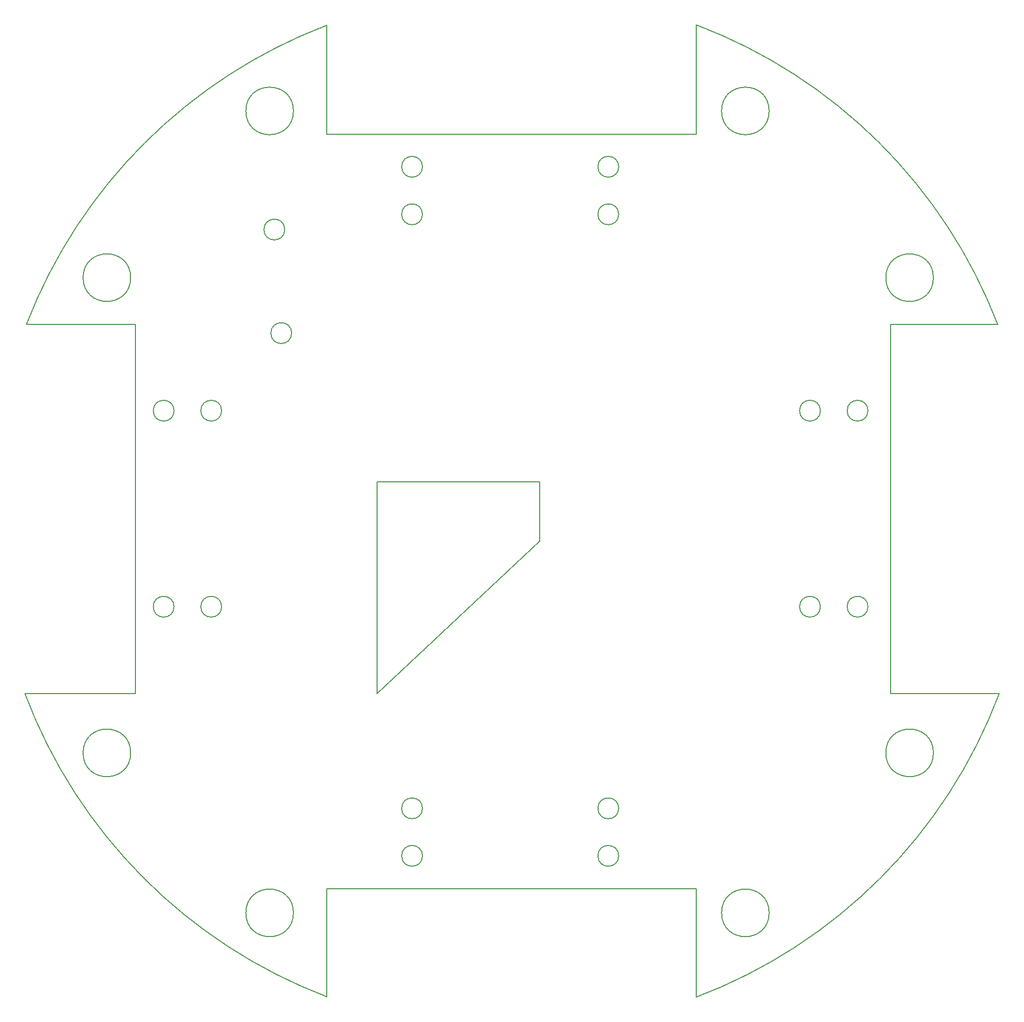
<source format=gm1>
G04 #@! TF.GenerationSoftware,KiCad,Pcbnew,8.0.5*
G04 #@! TF.CreationDate,2024-12-27T19:58:17-05:00*
G04 #@! TF.ProjectId,line_sensor_pcb,6c696e65-5f73-4656-9e73-6f725f706362,rev?*
G04 #@! TF.SameCoordinates,Original*
G04 #@! TF.FileFunction,Profile,NP*
%FSLAX46Y46*%
G04 Gerber Fmt 4.6, Leading zero omitted, Abs format (unit mm)*
G04 Created by KiCad (PCBNEW 8.0.5) date 2024-12-27 19:58:17*
%MOMM*%
%LPD*%
G01*
G04 APERTURE LIST*
G04 #@! TA.AperFunction,Profile*
%ADD10C,0.200000*%
G04 #@! TD*
G04 APERTURE END LIST*
D10*
X67731784Y-30297000D02*
X67731784Y-11940698D01*
X158756255Y-76813331D02*
G75*
G02*
X155256255Y-76813331I-1750000J0D01*
G01*
X155256255Y-76813331D02*
G75*
G02*
X158756255Y-76813331I1750000J0D01*
G01*
X35560000Y-124460000D02*
X16987614Y-124460000D01*
X129894784Y-30297000D02*
X67731784Y-30297000D01*
X50056255Y-109813331D02*
G75*
G02*
X46556255Y-109813331I-1750000J0D01*
G01*
X46556255Y-109813331D02*
G75*
G02*
X50056255Y-109813331I1750000J0D01*
G01*
X103511844Y-98781822D02*
X76200000Y-124460000D01*
X42056255Y-76813331D02*
G75*
G02*
X38556255Y-76813331I-1750000J0D01*
G01*
X38556255Y-76813331D02*
G75*
G02*
X42056255Y-76813331I1750000J0D01*
G01*
X17232133Y-62297000D02*
G75*
G02*
X67731785Y-11940702I81670577J-31403220D01*
G01*
X162560000Y-124460000D02*
X162560000Y-62297000D01*
X129894784Y-157297000D02*
X129894784Y-175527752D01*
X62136645Y-26354217D02*
G75*
G02*
X54136645Y-26354217I-4000000J0D01*
G01*
X54136645Y-26354217D02*
G75*
G02*
X62136645Y-26354217I4000000J0D01*
G01*
X60675524Y-46322164D02*
G75*
G02*
X57175524Y-46322164I-1750000J0D01*
G01*
X57175524Y-46322164D02*
G75*
G02*
X60675524Y-46322164I1750000J0D01*
G01*
X116834999Y-143754377D02*
G75*
G02*
X113334999Y-143754377I-1750000J0D01*
G01*
X113334999Y-143754377D02*
G75*
G02*
X116834999Y-143754377I1750000J0D01*
G01*
X116834999Y-35754377D02*
G75*
G02*
X113334999Y-35754377I-1750000J0D01*
G01*
X113334999Y-35754377D02*
G75*
G02*
X116834999Y-35754377I1750000J0D01*
G01*
X67731784Y-175459770D02*
X67731784Y-157297000D01*
X34760077Y-134420449D02*
G75*
G02*
X26760077Y-134420449I-4000000J0D01*
G01*
X26760077Y-134420449D02*
G75*
G02*
X34760077Y-134420449I4000000J0D01*
G01*
X103511844Y-88781822D02*
X103511844Y-98781822D01*
X142136645Y-26354217D02*
G75*
G02*
X134136645Y-26354217I-4000000J0D01*
G01*
X134136645Y-26354217D02*
G75*
G02*
X142136645Y-26354217I4000000J0D01*
G01*
X142136645Y-161354217D02*
G75*
G02*
X134136645Y-161354217I-4000000J0D01*
G01*
X134136645Y-161354217D02*
G75*
G02*
X142136645Y-161354217I4000000J0D01*
G01*
X150756255Y-109813331D02*
G75*
G02*
X147256255Y-109813331I-1750000J0D01*
G01*
X147256255Y-109813331D02*
G75*
G02*
X150756255Y-109813331I1750000J0D01*
G01*
X162560000Y-62297000D02*
X180573330Y-62297000D01*
X67731784Y-157297000D02*
X129894784Y-157297000D01*
X50056255Y-76813331D02*
G75*
G02*
X46556255Y-76813331I-1750000J0D01*
G01*
X46556255Y-76813331D02*
G75*
G02*
X50056255Y-76813331I1750000J0D01*
G01*
X180817850Y-124460000D02*
X162560000Y-124460000D01*
X180817850Y-124460000D02*
G75*
G02*
X129894783Y-175527750I-81915120J30759770D01*
G01*
X158756255Y-109813331D02*
G75*
G02*
X155256255Y-109813331I-1750000J0D01*
G01*
X155256255Y-109813331D02*
G75*
G02*
X158756255Y-109813331I1750000J0D01*
G01*
X129894784Y-11872720D02*
G75*
G02*
X180573330Y-62297000I-30992034J-81827500D01*
G01*
X83834999Y-143754377D02*
G75*
G02*
X80334999Y-143754377I-1750000J0D01*
G01*
X80334999Y-143754377D02*
G75*
G02*
X83834999Y-143754377I1750000J0D01*
G01*
X83834999Y-35754377D02*
G75*
G02*
X80334999Y-35754377I-1750000J0D01*
G01*
X80334999Y-35754377D02*
G75*
G02*
X83834999Y-35754377I1750000J0D01*
G01*
X35560000Y-62297000D02*
X35560000Y-124460000D01*
X83834999Y-151754377D02*
G75*
G02*
X80334999Y-151754377I-1750000J0D01*
G01*
X80334999Y-151754377D02*
G75*
G02*
X83834999Y-151754377I1750000J0D01*
G01*
X62136645Y-161354217D02*
G75*
G02*
X54136645Y-161354217I-4000000J0D01*
G01*
X54136645Y-161354217D02*
G75*
G02*
X62136645Y-161354217I4000000J0D01*
G01*
X42056255Y-109813331D02*
G75*
G02*
X38556255Y-109813331I-1750000J0D01*
G01*
X38556255Y-109813331D02*
G75*
G02*
X42056255Y-109813331I1750000J0D01*
G01*
X116834999Y-151754377D02*
G75*
G02*
X113334999Y-151754377I-1750000J0D01*
G01*
X113334999Y-151754377D02*
G75*
G02*
X116834999Y-151754377I1750000J0D01*
G01*
X129894784Y-11872720D02*
X129894784Y-30297000D01*
X116834999Y-43754377D02*
G75*
G02*
X113334999Y-43754377I-1750000J0D01*
G01*
X113334999Y-43754377D02*
G75*
G02*
X116834999Y-43754377I1750000J0D01*
G01*
X76200000Y-124460000D02*
X76200000Y-88781822D01*
X169760077Y-134420449D02*
G75*
G02*
X161760077Y-134420449I-4000000J0D01*
G01*
X161760077Y-134420449D02*
G75*
G02*
X169760077Y-134420449I4000000J0D01*
G01*
X67731784Y-175459770D02*
G75*
G02*
X16987611Y-124460001I31170906J81759500D01*
G01*
X169760077Y-54420449D02*
G75*
G02*
X161760077Y-54420449I-4000000J0D01*
G01*
X161760077Y-54420449D02*
G75*
G02*
X169760077Y-54420449I4000000J0D01*
G01*
X150756255Y-76813331D02*
G75*
G02*
X147256255Y-76813331I-1750000J0D01*
G01*
X147256255Y-76813331D02*
G75*
G02*
X150756255Y-76813331I1750000J0D01*
G01*
X61834999Y-63754377D02*
G75*
G02*
X58334999Y-63754377I-1750000J0D01*
G01*
X58334999Y-63754377D02*
G75*
G02*
X61834999Y-63754377I1750000J0D01*
G01*
X34760077Y-54420449D02*
G75*
G02*
X26760077Y-54420449I-4000000J0D01*
G01*
X26760077Y-54420449D02*
G75*
G02*
X34760077Y-54420449I4000000J0D01*
G01*
X17232133Y-62297000D02*
X35560000Y-62297000D01*
X83834999Y-43754377D02*
G75*
G02*
X80334999Y-43754377I-1750000J0D01*
G01*
X80334999Y-43754377D02*
G75*
G02*
X83834999Y-43754377I1750000J0D01*
G01*
X76200000Y-88781822D02*
X103511844Y-88781822D01*
M02*

</source>
